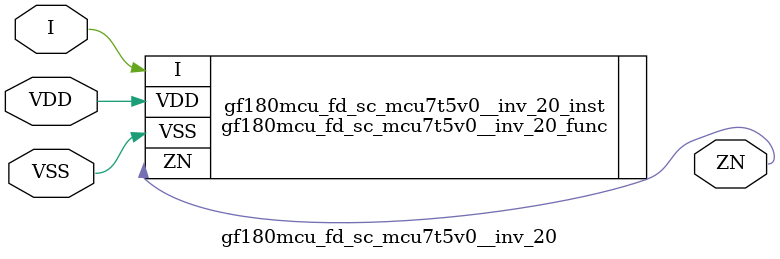
<source format=v>

module gf180mcu_fd_sc_mcu7t5v0__inv_20( I, ZN, VDD, VSS );
input I;
inout VDD, VSS;
output ZN;

   `ifdef FUNCTIONAL  //  functional //

	gf180mcu_fd_sc_mcu7t5v0__inv_20_func gf180mcu_fd_sc_mcu7t5v0__inv_20_behav_inst(.I(I),.ZN(ZN),.VDD(VDD),.VSS(VSS));

   `else

	gf180mcu_fd_sc_mcu7t5v0__inv_20_func gf180mcu_fd_sc_mcu7t5v0__inv_20_inst(.I(I),.ZN(ZN),.VDD(VDD),.VSS(VSS));

	// spec_gates_begin


	// spec_gates_end



   specify

	// specify_block_begin

	// comb arc I --> ZN
	 (I => ZN) = (1.0,1.0);

	// specify_block_end

   endspecify

   `endif

endmodule

</source>
